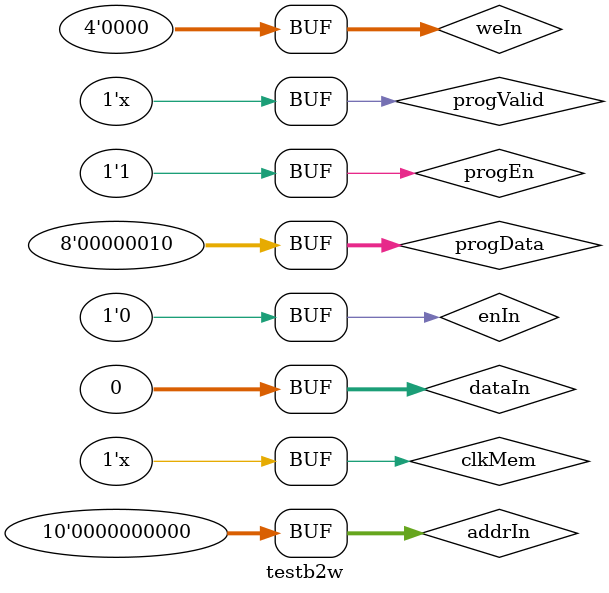
<source format=v>
`timescale 1ns / 1ps


module testb2w;

	// Inputs
	reg clkMem;
	reg [7:0] progData;
	reg progValid;
	reg progEn;
	reg [9:0] addrIn;
	reg [31:0] dataIn;
	reg [3:0] weIn;
	reg enIn;

	// Outputs
	wire [9:0] addrOut;
	wire [31:0] dataOut;
	wire [3:0] weOut;
	wire enOut;

	// Instantiate the Unit Under Test (UUT)
	BYTE2WORD uut (
		.clkMem(clkMem), 
		.progData(progData), 
		.progValid(progValid), 
		.progEn(progEn), 
		.addrIn(addrIn), 
		.dataIn(dataIn), 
		.weIn(weIn), 
		.enIn(enIn), 
		.addrOut(addrOut), 
		.dataOut(dataOut), 
		.weOut(weOut), 
		.enOut(enOut)
	);

	initial begin
		// Initialize Inputs
		clkMem = 0;
		progData = 8'h02;
		progValid = 0;
		progEn = 1;
		addrIn = 0;
		dataIn = 0;
		weIn = 0;
		enIn = 0;

		// Wait 100 ns for global reset to finish
	end
	always begin
		#10 clkMem = clkMem + 1;
	end
   
	always begin
		#20 progValid = progValid + 1;
	end
endmodule


</source>
